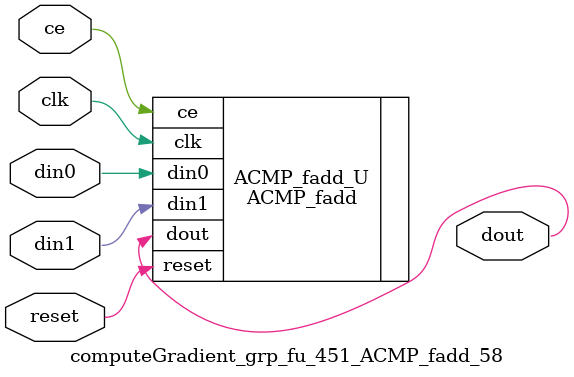
<source format=v>

`timescale 1 ns / 1 ps
module computeGradient_grp_fu_451_ACMP_fadd_58(
    clk,
    reset,
    ce,
    din0,
    din1,
    dout);

parameter ID = 32'd1;
parameter NUM_STAGE = 32'd1;
parameter din0_WIDTH = 32'd1;
parameter din1_WIDTH = 32'd1;
parameter dout_WIDTH = 32'd1;
input clk;
input reset;
input ce;
input[din0_WIDTH - 1:0] din0;
input[din1_WIDTH - 1:0] din1;
output[dout_WIDTH - 1:0] dout;



ACMP_fadd #(
.ID( ID ),
.NUM_STAGE( 4 ),
.din0_WIDTH( din0_WIDTH ),
.din1_WIDTH( din1_WIDTH ),
.dout_WIDTH( dout_WIDTH ))
ACMP_fadd_U(
    .clk( clk ),
    .reset( reset ),
    .ce( ce ),
    .din0( din0 ),
    .din1( din1 ),
    .dout( dout ));

endmodule

</source>
